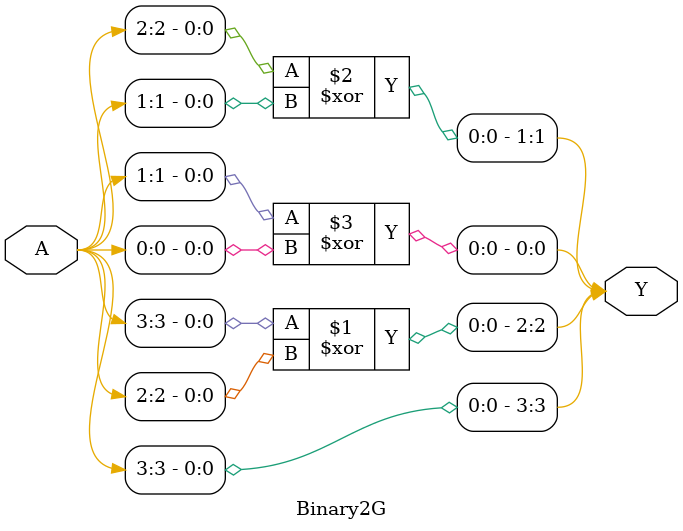
<source format=v>

module Binary2G(

     input [3:0]A,
     output [3:0]Y
);

assign Y[3]=A[3];
assign Y[2]=A[3]^A[2];
assign Y[1]=A[2]^A[1];
assign Y[0]=A[1]^A[0];

endmodule
</source>
